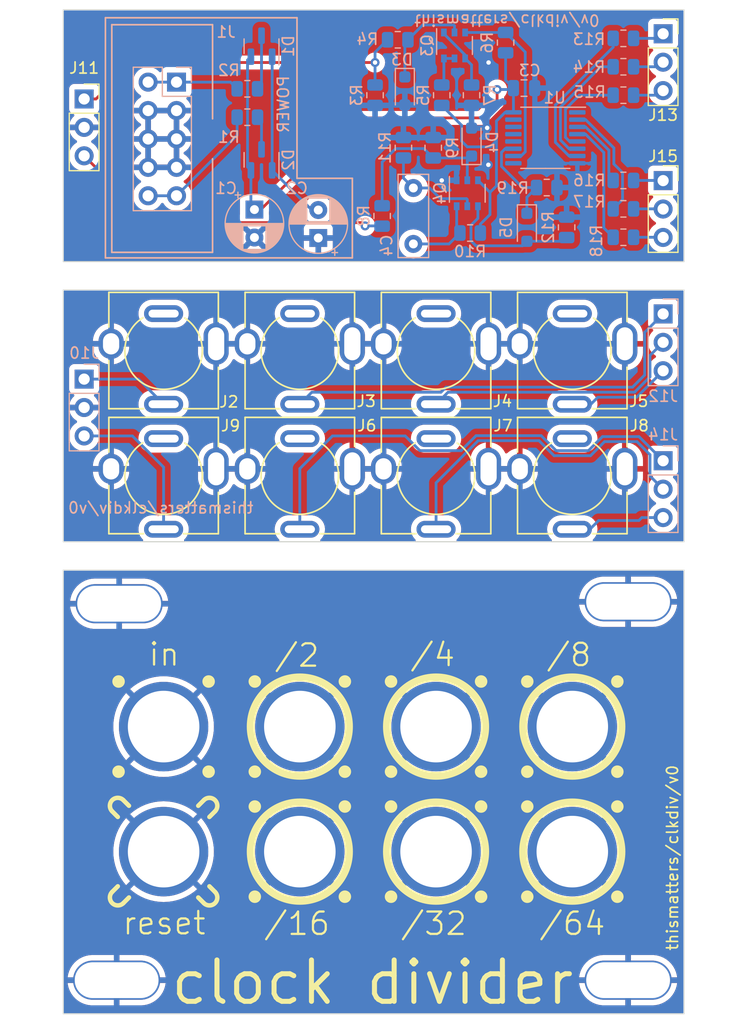
<source format=kicad_pcb>
(kicad_pcb (version 20221018) (generator pcbnew)
  (layers (0 "F.Cu" signal) (31 "B.Cu" signal) (34 "B.Paste" user) (35 "F.Paste" user) (36 "B.SilkS" user "B.Silkscreen") (37 "F.SilkS" user "F.Silkscreen") (38 "B.Mask" user) (39 "F.Mask" user) (44 "Edge.Cuts" user))
  (net 0 "")
  (net 1 "+12V")
  (net 2 "GND")
  (net 3 "-12V")
  (net 4 "Net-(D1-COM)")
  (net 5 "Net-(D2-COM)")
  (net 6 "/FACE")
  (net 7 "Net-(J1-Pin_1)")
  (net 8 "Net-(J1-Pin_10)")
  (net 9 "Net-(Q4A-C1)")
  (net 10 "Net-(Q4B-B2)")
  (net 11 "Net-(D3-K)")
  (net 12 "Net-(D4-K)")
  (net 13 "Net-(D5-K)")
  (net 14 "Net-(D5-A)")
  (net 15 "/GND'")
  (net 16 "/IN'")
  (net 18 "/BY2'")
  (net 20 "/BY4'")
  (net 22 "/BY8'")
  (net 24 "/BY16'")
  (net 26 "/BY32'")
  (net 28 "/BY64'")
  (net 30 "/RESET'")
  (net 32 "/IN")
  (net 33 "/BY2")
  (net 34 "/BY4")
  (net 35 "/BY8")
  (net 36 "/BY16")
  (net 37 "/BY32")
  (net 38 "/BY64")
  (net 39 "/RESET")
  (net 40 "Net-(Q3A-E1)")
  (net 41 "Net-(Q3B-C2)")
  (net 42 "Net-(Q3A-C1)")
  (net 43 "Net-(U1-Q1)")
  (net 44 "Net-(U1-Q2)")
  (net 45 "Net-(U1-Q3)")
  (net 46 "Net-(U1-Q4)")
  (net 47 "Net-(U1-Q5)")
  (net 48 "Net-(U1-Q6)")
  (footprint "Eurorack:AudioJack2_Tayda_A-2566" (layer "F.Cu") (at 132.588 112.088 180)
    (fp_text reference "J4" (at -5.9436 -4.5362 unlocked) (layer "F.SilkS"))
    (fp_text value "AudioJack2_SwitchT")
    (pad "S" thru_hole oval (at -4.7 0.6 180) (size 2.25 3.75) (drill oval 1.45 2.95) (layers "*.Cu" "*.Mask") (net 15 "/GND'"))
    (pad "S" thru_hole oval (at 4.7 0.6 180) (size 2.25 2.7) (drill oval 1.45 1.9) (layers "*.Cu" "*.Mask") (net 15 "/GND'"))
    (pad "T" thru_hole oval (at 0 -4.8 180) (size 3.5 1.5) (drill oval 2.7 0.7) (layers "*.Cu" "*.Mask") (net 20 "/BY4'"))
    (pad "TN" thru_hole oval (at 0 3.3 180) (size 3.5 1.5) (drill oval 2.7 0.7) (layers "*.Cu" "*.Mask"))
  )
  (footprint "Eurorack:Mech-AudioJack-Hole-Input-Gate" (layer "F.Cu") (at 108.204 156.879)
    (fp_text reference "H12")
    (fp_text value "reset" hide)
    (pad "1" thru_hole circle (at 0 0 90) (size 8 8) (drill 6.4) (layers "*.Cu" "*.Mask") (net 6 "/FACE"))
  )
  (footprint "Connector_PinSocket_2.54mm:PinSocket_1x03_P2.54mm_Vertical" (layer "F.Cu") (at 152.908 83.776)
    (fp_text reference "J13" (at 0 7.267) (layer "F.SilkS"))
    (fp_text value "Conn_01x03_Socket")
    (pad "1" thru_hole rect (at 0 0) (size 1.7 1.7) (drill 1) (layers "*.Cu" "*.Mask") (net 33 "/BY2"))
    (pad "2" thru_hole oval (at 0 2.54) (size 1.7 1.7) (drill 1) (layers "*.Cu" "*.Mask") (net 34 "/BY4"))
    (pad "3" thru_hole oval (at 0 5.08) (size 1.7 1.7) (drill 1) (layers "*.Cu" "*.Mask") (net 35 "/BY8"))
  )
  (footprint "Eurorack:Mech-AudioJack-Hole-Input-Clock" (layer "F.Cu") (at 108.204 145.703)
    (fp_text reference "H5")
    (fp_text value "in" hide)
    (pad "1" thru_hole circle (at 0 0 90) (size 8 8) (drill 6.4) (layers "*.Cu" "*.Mask") (net 6 "/FACE"))
  )
  (footprint "Eurorack:AudioJack2_Tayda_A-2566" (layer "F.Cu") (at 120.396 112.088 180)
    (fp_text reference "J3" (at -5.9436 -4.5362 unlocked) (layer "F.SilkS"))
    (fp_text value "AudioJack2_SwitchT")
    (pad "S" thru_hole oval (at -4.7 0.6 180) (size 2.25 3.75) (drill oval 1.45 2.95) (layers "*.Cu" "*.Mask") (net 15 "/GND'"))
    (pad "S" thru_hole oval (at 4.7 0.6 180) (size 2.25 2.7) (drill oval 1.45 1.9) (layers "*.Cu" "*.Mask") (net 15 "/GND'"))
    (pad "T" thru_hole oval (at 0 -4.8 180) (size 3.5 1.5) (drill oval 2.7 0.7) (layers "*.Cu" "*.Mask") (net 18 "/BY2'"))
    (pad "TN" thru_hole oval (at 0 3.3 180) (size 3.5 1.5) (drill oval 2.7 0.7) (layers "*.Cu" "*.Mask"))
  )
  (footprint "Eurorack:AudioJack2_Tayda_A-2566" (layer "F.Cu") (at 132.588 123.264 180)
    (fp_text reference "J7" (at -5.9944 4.4554 unlocked) (layer "F.SilkS"))
    (fp_text value "AudioJack2_SwitchT")
    (pad "S" thru_hole oval (at -4.7 0.6 180) (size 2.25 3.75) (drill oval 1.45 2.95) (layers "*.Cu" "*.Mask") (net 15 "/GND'"))
    (pad "S" thru_hole oval (at 4.7 0.6 180) (size 2.25 2.7) (drill oval 1.45 1.9) (layers "*.Cu" "*.Mask") (net 15 "/GND'"))
    (pad "T" thru_hole oval (at 0 -4.8 180) (size 3.5 1.5) (drill oval 2.7 0.7) (layers "*.Cu" "*.Mask") (net 26 "/BY32'"))
    (pad "TN" thru_hole oval (at 0 3.3 180) (size 3.5 1.5) (drill oval 2.7 0.7) (layers "*.Cu" "*.Mask"))
  )
  (footprint "Eurorack:Mech-MountingHole" (layer "F.Cu") (at 104.225 134.72)
    (fp_text reference "H1")
    (fp_text value "mount0")
    (pad "1" thru_hole oval (at 0 0 90) (size 3.5 7.8) (drill oval 3.2 7.5) (layers "*.Cu" "*.Mask") (net 6 "/FACE"))
  )
  (footprint "Eurorack:Mech-AudioJack-Hole-Output-Clock" (layer "F.Cu") (at 120.396 156.879)
    (fp_text reference "H9")
    (fp_text value "1/16" hide)
    (pad "1" thru_hole circle (at 0 0 90) (size 8 8) (drill 6.4) (layers "*.Cu" "*.Mask") (net 6 "/FACE"))
  )
  (footprint "Eurorack:Mech-AudioJack-Hole-Output-Clock" (layer "F.Cu") (at 132.588 145.703)
    (fp_text reference "H7")
    (fp_text value "1/4" hide)
    (pad "1" thru_hole circle (at 0 0 90) (size 8 8) (drill 6.4) (layers "*.Cu" "*.Mask") (net 6 "/FACE"))
  )
  (footprint "Eurorack:Mech-MountingHole" (layer "F.Cu") (at 104 168.37)
    (fp_text reference "H4")
    (fp_text value "mount1")
    (pad "1" thru_hole oval (at 0 0 90) (size 3.5 7.8) (drill oval 3.2 7.5) (layers "*.Cu" "*.Mask") (net 6 "/FACE"))
  )
  (footprint "Eurorack:Mech-AudioJack-Hole-Output-Clock" (layer "F.Cu") (at 144.78 145.703)
    (fp_text reference "H8")
    (fp_text value "1/8" hide)
    (pad "1" thru_hole circle (at 0 0 90) (size 8 8) (drill 6.4) (layers "*.Cu" "*.Mask") (net 6 "/FACE"))
  )
  (footprint "Eurorack:Mech-AudioJack-Hole-Output-Clock" (layer "F.Cu") (at 144.78 156.879)
    (fp_text reference "H11")
    (fp_text value "1/64" hide)
    (pad "1" thru_hole circle (at 0 0 90) (size 8 8) (drill 6.4) (layers "*.Cu" "*.Mask") (net 6 "/FACE"))
  )
  (footprint "Connector_PinSocket_2.54mm:PinSocket_1x03_P2.54mm_Vertical" (layer "F.Cu") (at 101.092 89.603)
    (fp_text reference "J11" (at 0 -2.77) (layer "F.SilkS"))
    (fp_text value "Conn_01x03_Socket")
    (pad "1" thru_hole rect (at 0 0) (size 1.7 1.7) (drill 1) (layers "*.Cu" "*.Mask") (net 32 "/IN"))
    (pad "2" thru_hole oval (at 0 2.54) (size 1.7 1.7) (drill 1) (layers "*.Cu" "*.Mask") (net 2 "GND"))
    (pad "3" thru_hole oval (at 0 5.08) (size 1.7 1.7) (drill 1) (layers "*.Cu" "*.Mask") (net 39 "/RESET"))
  )
  (footprint "Eurorack:AudioJack2_Tayda_A-2566" (layer "F.Cu") (at 120.396 123.264 180)
    (fp_text reference "J6" (at -5.9944 4.4554 unlocked) (layer "F.SilkS"))
    (fp_text value "AudioJack2_SwitchT")
    (pad "S" thru_hole oval (at -4.7 0.6 180) (size 2.25 3.75) (drill oval 1.45 2.95) (layers "*.Cu" "*.Mask") (net 15 "/GND'"))
    (pad "S" thru_hole oval (at 4.7 0.6 180) (size 2.25 2.7) (drill oval 1.45 1.9) (layers "*.Cu" "*.Mask") (net 15 "/GND'"))
    (pad "T" thru_hole oval (at 0 -4.8 180) (size 3.5 1.5) (drill oval 2.7 0.7) (layers "*.Cu" "*.Mask") (net 24 "/BY16'"))
    (pad "TN" thru_hole oval (at 0 3.3 180) (size 3.5 1.5) (drill oval 2.7 0.7) (layers "*.Cu" "*.Mask"))
  )
  (footprint "Eurorack:AudioJack2_Tayda_A-2566" (layer "F.Cu") (at 144.78 123.264 180)
    (fp_text reference "J8" (at -5.9944 4.4554 unlocked) (layer "F.SilkS"))
    (fp_text value "AudioJack2_SwitchT")
    (pad "S" thru_hole oval (at -4.7 0.6 180) (size 2.25 3.75) (drill oval 1.45 2.95) (layers "*.Cu" "*.Mask") (net 15 "/GND'"))
    (pad "S" thru_hole oval (at 4.7 0.6 180) (size 2.25 2.7) (drill oval 1.45 1.9) (layers "*.Cu" "*.Mask") (net 15 "/GND'"))
    (pad "T" thru_hole oval (at 0 -4.8 180) (size 3.5 1.5) (drill oval 2.7 0.7) (layers "*.Cu" "*.Mask") (net 28 "/BY64'"))
    (pad "TN" thru_hole oval (at 0 3.3 180) (size 3.5 1.5) (drill oval 2.7 0.7) (layers "*.Cu" "*.Mask"))
  )
  (footprint "Eurorack:Mech-MountingHole" (layer "F.Cu") (at 149.775 134.545)
    (fp_text reference "H2")
    (fp_text value "mount1")
    (pad "1" thru_hole oval (at 0 0 90) (size 3.5 7.8) (drill oval 3.2 7.5) (layers "*.Cu" "*.Mask") (net 6 "/FACE"))
  )
  (footprint "Eurorack:AudioJack2_Tayda_A-2566" (layer "F.Cu") (at 144.78 112.088 180)
    (fp_text reference "J5" (at -5.9436 -4.5362 unlocked) (layer "F.SilkS"))
    (fp_text value "AudioJack2_SwitchT")
    (pad "S" thru_hole oval (at -4.7 0.6 180) (size 2.25 3.75) (drill oval 1.45 2.95) (layers "*.Cu" "*.Mask") (net 15 "/GND'"))
    (pad "S" thru_hole oval (at 4.7 0.6 180) (size 2.25 2.7) (drill oval 1.45 1.9) (layers "*.Cu" "*.Mask") (net 15 "/GND'"))
    (pad "T" thru_hole oval (at 0 -4.8 180) (size 3.5 1.5) (drill oval 2.7 0.7) (layers "*.Cu" "*.Mask") (net 22 "/BY8'"))
    (pad "TN" thru_hole oval (at 0 3.3 180) (size 3.5 1.5) (drill oval 2.7 0.7) (layers "*.Cu" "*.Mask"))
  )
  (footprint "Connector_PinSocket_2.54mm:PinSocket_1x03_P2.54mm_Vertical" (layer "F.Cu") (at 152.908 96.9)
    (fp_text reference "J15" (at 0 -2.174) (layer "F.SilkS"))
    (fp_text value "Conn_01x03_Socket")
    (pad "1" thru_hole rect (at 0 0) (size 1.7 1.7) (drill 1) (layers "*.Cu" "*.Mask") (net 36 "/BY16"))
    (pad "2" thru_hole oval (at 0 2.54) (size 1.7 1.7) (drill 1) (layers "*.Cu" "*.Mask") (net 37 "/BY32"))
    (pad "3" thru_hole oval (at 0 5.08) (size 1.7 1.7) (drill 1) (layers "*.Cu" "*.Mask") (net 38 "/BY64"))
  )
  (footprint "Eurorack:AudioJack2_Tayda_A-2566" (layer "F.Cu") (at 108.204 112.088 180)
    (fp_text reference "J2" (at -5.842 -4.587 unlocked) (layer "F.SilkS"))
    (fp_text value "AudioJack2_SwitchT")
    (pad "S" thru_hole oval (at -4.7 0.6 180) (size 2.25 3.75) (drill oval 1.45 2.95) (layers "*.Cu" "*.Mask") (net 15 "/GND'"))
    (pad "S" thru_hole oval (at 4.7 0.6 180) (size 2.25 2.7) (drill oval 1.45 1.9) (layers "*.Cu" "*.Mask") (net 15 "/GND'"))
    (pad "T" thru_hole oval (at 0 -4.8 180) (size 3.5 1.5) (drill oval 2.7 0.7) (layers "*.Cu" "*.Mask") (net 16 "/IN'"))
    (pad "TN" thru_hole oval (at 0 3.3 180) (size 3.5 1.5) (drill oval 2.7 0.7) (layers "*.Cu" "*.Mask"))
  )
  (footprint "Eurorack:Mech-MountingHole" (layer "F.Cu") (at 149.775 168.37)
    (fp_text reference "H3")
    (fp_text value "mount1")
    (pad "1" thru_hole oval (at 0 0 90) (size 3.5 7.8) (drill oval 3.2 7.5) (layers "*.Cu" "*.Mask") (net 6 "/FACE"))
  )
  (footprint "Eurorack:AudioJack2_Tayda_A-2566" (layer "F.Cu") (at 108.204 123.264 180)
    (fp_text reference "J9" (at -5.9944 4.4554 unlocked) (layer "F.SilkS"))
    (fp_text value "AudioJack2_SwitchT")
    (pad "S" thru_hole oval (at -4.7 0.6 180) (size 2.25 3.75) (drill oval 1.45 2.95) (layers "*.Cu" "*.Mask") (net 15 "/GND'"))
    (pad "S" thru_hole oval (at 4.7 0.6 180) (size 2.25 2.7) (drill oval 1.45 1.9) (layers "*.Cu" "*.Mask") (net 15 "/GND'"))
    (pad "T" thru_hole oval (at 0 -4.8 180) (size 3.5 1.5) (drill oval 2.7 0.7) (layers "*.Cu" "*.Mask") (net 30 "/RESET'"))
    (pad "TN" thru_hole oval (at 0 3.3 180) (size 3.5 1.5) (drill oval 2.7 0.7) (layers "*.Cu" "*.Mask"))
  )
  (footprint "Eurorack:Mech-AudioJack-Hole-Output-Clock" (layer "F.Cu") (at 132.588 156.879)
    (fp_text reference "H10")
    (fp_text value "1/32" hide)
    (pad "1" thru_hole circle (at 0 0 90) (size 8 8) (drill 6.4) (layers "*.Cu" "*.Mask") (net 6 "/FACE"))
  )
  (footprint "Eurorack:Mech-AudioJack-Hole-Output-Clock" (layer "F.Cu") (at 120.396 145.703)
    (fp_text reference "H6")
    (fp_text value "1/2" hide)
    (pad "1" thru_hole circle (at 0 0 90) (size 8 8) (drill 6.4) (layers "*.Cu" "*.Mask") (net 6 "/FACE"))
  )
  (footprint "Resistor_SMD:R_0805_2012Metric" (layer "B.Cu") (at 129.159 84.312)
    (fp_text reference "R4" (at -2.7178 -0.0508) (layer "B.SilkS") (effects (justify mirror)))
    (fp_text value "1.2M")
    (pad "1" smd roundrect (at -0.9125 0) (size 1.025 1.4) (layers "B.Cu" "B.Paste" "B.Mask") (roundrect_rratio 0.243902) (net 32 "/IN"))
    (pad "2" smd roundrect (at 0.9125 0) (size 1.025 1.4) (layers "B.Cu" "B.Paste" "B.Mask") (roundrect_rratio 0.243902) (net 11 "Net-(D3-K)"))
  )
  (footprint "Capacitor_THT:C_Rect_L7.2mm_W2.5mm_P5.00mm_FKS2_FKP2_MKS2_MKP2" (layer "B.Cu") (at 130.556 102.56 90)
    (fp_text reference "C4" (at -0.1416 -2.3876 90) (layer "B.SilkS") (effects (justify mirror)))
    (fp_text value "47n box")
    (pad "1" thru_hole circle (at 0 0 90) (size 1.6 1.6) (drill 0.8) (layers "*.Cu" "*.Mask") (net 9 "Net-(Q4A-C1)"))
    (pad "2" thru_hole circle (at 5 0 90) (size 1.6 1.6) (drill 0.8) (layers "*.Cu" "*.Mask") (net 10 "Net-(Q4B-B2)"))
  )
  (footprint "Resistor_SMD:R_0805_2012Metric" (layer "B.Cu") (at 115.697 88.6935 180)
    (fp_text reference "R2" (at 1.651 1.651) (layer "B.SilkS") (effects (justify mirror)))
    (fp_text value "10")
    (pad "1" smd roundrect (at -0.9125 0 180) (size 1.025 1.4) (layers "B.Cu" "B.Paste" "B.Mask") (roundrect_rratio 0.243902) (net 4 "Net-(D1-COM)"))
    (pad "2" smd roundrect (at 0.9125 0 180) (size 1.025 1.4) (layers "B.Cu" "B.Paste" "B.Mask") (roundrect_rratio 0.243902) (net 7 "Net-(J1-Pin_1)"))
  )
  (footprint "Resistor_SMD:R_0805_2012Metric" (layer "B.Cu") (at 133.096 89.265 -90)
    (fp_text reference "R5" (at 0 1.65 90) (layer "B.SilkS") (effects (justify mirror)))
    (fp_text value "22K")
    (pad "1" smd roundrect (at -0.9125 0 270) (size 1.025 1.4) (layers "B.Cu" "B.Paste" "B.Mask") (roundrect_rratio 0.243902) (net 42 "Net-(Q3A-C1)"))
    (pad "2" smd roundrect (at 0.9125 0 270) (size 1.025 1.4) (layers "B.Cu" "B.Paste" "B.Mask") (roundrect_rratio 0.243902) (net 1 "+12V"))
  )
  (footprint "Resistor_SMD:R_0805_2012Metric" (layer "B.Cu") (at 135.636 101.584)
    (fp_text reference "R10" (at 0 1.65) (layer "B.SilkS") (effects (justify mirror)))
    (fp_text value "10K")
    (pad "1" smd roundrect (at -0.9125 0) (size 1.025 1.4) (layers "B.Cu" "B.Paste" "B.Mask") (roundrect_rratio 0.243902) (net 9 "Net-(Q4A-C1)"))
    (pad "2" smd roundrect (at 0.9125 0) (size 1.025 1.4) (layers "B.Cu" "B.Paste" "B.Mask") (roundrect_rratio 0.243902) (net 1 "+12V"))
  )
  (footprint "Diode_SMD:D_SOD-323_HandSoldering" (layer "B.Cu") (at 129.794 88.884 -90)
    (fp_text reference "D3" (at -2.794 0.254 -180) (layer "B.SilkS") (effects (justify mirror)))
    (fp_text value "1N4148")
    (pad "1" smd roundrect (at -1.25 0 270) (size 1 1) (layers "B.Cu" "B.Paste" "B.Mask") (net 11 "Net-(D3-K)"))
    (pad "2" smd roundrect (at 1.25 0 270) (size 1 1) (layers "B.Cu" "B.Paste" "B.Mask") (net 2 "GND"))
  )
  (footprint "Resistor_SMD:R_0805_2012Metric" (layer "B.Cu") (at 149.352 84.185 180)
    (fp_text reference "R13" (at 3.0734 -0.0762) (layer "B.SilkS") (effects (justify mirror)))
    (fp_text value "1K")
    (pad "1" smd roundrect (at -0.9125 0 180) (size 1.025 1.4) (layers "B.Cu" "B.Paste" "B.Mask") (roundrect_rratio 0.243902) (net 33 "/BY2"))
    (pad "2" smd roundrect (at 0.9125 0 180) (size 1.025 1.4) (layers "B.Cu" "B.Paste" "B.Mask") (roundrect_rratio 0.243902) (net 43 "Net-(U1-Q1)"))
  )
  (footprint "Resistor_SMD:R_0805_2012Metric" (layer "B.Cu") (at 135.763 89.265 90)
    (fp_text reference "R7" (at 0 1.65 90) (layer "B.SilkS") (effects (justify mirror)))
    (fp_text value "220")
    (pad "1" smd roundrect (at -0.9125 0 90) (size 1.025 1.4) (layers "B.Cu" "B.Paste" "B.Mask") (roundrect_rratio 0.243902) (net 2 "GND"))
    (pad "2" smd roundrect (at 0.9125 0 90) (size 1.025 1.4) (layers "B.Cu" "B.Paste" "B.Mask") (roundrect_rratio 0.243902) (net 40 "Net-(Q3A-E1)"))
  )
  (footprint "Package_SO:TSOP-6_1.65x3.05mm_P0.95mm" (layer "B.Cu") (at 135.382 98.028 -90)
    (fp_text reference "Q4" (at 0 2.45 90) (layer "B.SilkS") (effects (justify mirror)))
    (fp_text value "BCM847")
    (pad "1" smd rect (at -1.16 0.95 270) (size 0.7 0.51) (layers "B.Cu" "B.Paste" "B.Mask") (net 2 "GND"))
    (pad "2" smd rect (at -1.16 0 270) (size 0.7 0.51) (layers "B.Cu" "B.Paste" "B.Mask") (net 12 "Net-(D4-K)"))
    (pad "3" smd rect (at -1.16 -0.95 270) (size 0.7 0.51) (layers "B.Cu" "B.Paste" "B.Mask") (net 1 "+12V"))
    (pad "4" smd rect (at 1.16 -0.95 270) (size 0.7 0.51) (layers "B.Cu" "B.Paste" "B.Mask") (net 14 "Net-(D5-A)"))
    (pad "5" smd rect (at 1.16 0 270) (size 0.7 0.51) (layers "B.Cu" "B.Paste" "B.Mask") (net 10 "Net-(Q4B-B2)"))
    (pad "6" smd rect (at 1.16 0.95 270) (size 0.7 0.51) (layers "B.Cu" "B.Paste" "B.Mask") (net 9 "Net-(Q4A-C1)"))
  )
  (footprint "Package_TO_SOT_SMD:SOT-23" (layer "B.Cu") (at 116.967 95.0435 90)
    (fp_text reference "D2" (at 0 2.4 90) (layer "B.SilkS") (effects (justify mirror)))
    (fp_text value "BAT54S")
    (pad "1" smd roundrect (at -0.9375 0.95 90) (size 1.475 0.6) (layers "B.Cu" "B.Paste" "B.Mask") (net 3 "-12V"))
    (pad "2" smd roundrect (at -0.9375 -0.95 90) (size 1.475 0.6) (layers "B.Cu" "B.Paste" "B.Mask") (net 1 "+12V"))
    (pad "3" smd roundrect (at 0.9375 0 90) (size 1.475 0.6) (layers "B.Cu" "B.Paste" "B.Mask") (net 5 "Net-(D2-COM)"))
  )
  (footprint "Resistor_SMD:R_0805_2012Metric" (layer "B.Cu") (at 138.811 84.566 -90)
    (fp_text reference "R6" (at 0 1.65 90) (layer "B.SilkS") (effects (justify mirror)))
    (fp_text value "22K")
    (pad "1" smd roundrect (at -0.9125 0 270) (size 1.025 1.4) (layers "B.Cu" "B.Paste" "B.Mask") (roundrect_rratio 0.243902) (net 41 "Net-(Q3B-C2)"))
    (pad "2" smd roundrect (at 0.9125 0 270) (size 1.025 1.4) (layers "B.Cu" "B.Paste" "B.Mask") (roundrect_rratio 0.243902) (net 1 "+12V"))
  )
  (footprint "Resistor_SMD:R_0805_2012Metric" (layer "B.Cu") (at 115.697 91.2335 180)
    (fp_text reference "R1" (at 1.651 -1.778) (layer "B.SilkS") (effects (justify mirror)))
    (fp_text value "10")
    (pad "1" smd roundrect (at -0.9125 0 180) (size 1.025 1.4) (layers "B.Cu" "B.Paste" "B.Mask") (roundrect_rratio 0.243902) (net 5 "Net-(D2-COM)"))
    (pad "2" smd roundrect (at 0.9125 0 180) (size 1.025 1.4) (layers "B.Cu" "B.Paste" "B.Mask") (roundrect_rratio 0.243902) (net 8 "Net-(J1-Pin_10)"))
  )
  (footprint "Package_TO_SOT_SMD:SOT-23" (layer "B.Cu") (at 116.967 84.8835 90)
    (fp_text reference "D1" (at 0 2.4 90) (layer "B.SilkS") (effects (justify mirror)))
    (fp_text value "BAT54S")
    (pad "1" smd roundrect (at -0.9375 0.95 90) (size 1.475 0.6) (layers "B.Cu" "B.Paste" "B.Mask") (net 3 "-12V"))
    (pad "2" smd roundrect (at -0.9375 -0.95 90) (size 1.475 0.6) (layers "B.Cu" "B.Paste" "B.Mask") (net 1 "+12V"))
    (pad "3" smd roundrect (at 0.9375 0 90) (size 1.475 0.6) (layers "B.Cu" "B.Paste" "B.Mask") (net 4 "Net-(D1-COM)"))
  )
  (footprint "Resistor_SMD:R_0805_2012Metric" (layer "B.Cu") (at 149.352 99.425)
    (fp_text reference "R17" (at -3.048 -0.635) (layer "B.SilkS") (effects (justify mirror)))
    (fp_text value "1K")
    (pad "1" smd roundrect (at -0.9125 0) (size 1.025 1.4) (layers "B.Cu" "B.Paste" "B.Mask") (roundrect_rratio 0.243902) (net 47 "Net-(U1-Q5)"))
    (pad "2" smd roundrect (at 0.9125 0) (size 1.025 1.4) (layers "B.Cu" "B.Paste" "B.Mask") (roundrect_rratio 0.243902) (net 37 "/BY32"))
  )
  (footprint "Eurorack:PinHeader_2x05_P2.54mm_Vertical" (layer "B.Cu") (at 109.3597 88.0966 180)
    (fp_text reference "J1" (at -4.4323 4.4831) (layer "B.SilkS") (effects (justify mirror)))
    (fp_text value "Conn_02x05_Odd_Even")
    (pad "1" thru_hole rect (at 0 0 180) (size 1.7 1.7) (drill 1) (layers "*.Cu" "*.Mask") (net 7 "Net-(J1-Pin_1)"))
    (pad "2" thru_hole oval (at 2.54 0 180) (size 1.7 1.7) (drill 1) (layers "*.Cu" "*.Mask") (net 7 "Net-(J1-Pin_1)"))
    (pad "3" thru_hole oval (at 0 -2.54 180) (size 1.7 1.7) (drill 1) (layers "*.Cu" "*.Mask") (net 2 "GND"))
    (pad "4" thru_hole oval (at 2.54 -2.54 180) (size 1.7 1.7) (drill 1) (layers "*.Cu" "*.Mask") (net 2 "GND"))
    (pad "5" thru_hole oval (at 0 -5.08 180) (size 1.7 1.7) (drill 1) (layers "*.Cu" "*.Mask") (net 2 "GND"))
    (pad "6" thru_hole oval (at 2.54 -5.08 180) (size 1.7 1.7) (drill 1) (layers "*.Cu" "*.Mask") (net 2 "GND"))
    (pad "7" thru_hole oval (at 0 -7.62 180) (size 1.7 1.7) (drill 1) (layers "*.Cu" "*.Mask") (net 2 "GND"))
    (pad "8" thru_hole oval (at 2.54 -7.62 180) (size 1.7 1.7) (drill 1) (layers "*.Cu" "*.Mask") (net 2 "GND"))
    (pad "9" thru_hole oval (at 0 -10.16 180) (size 1.7 1.7) (drill 1) (layers "*.Cu" "*.Mask") (net 8 "Net-(J1-Pin_10)"))
    (pad "10" thru_hole oval (at 2.54 -10.16 180) (size 1.7 1.7) (drill 1) (layers "*.Cu" "*.Mask") (net 8 "Net-(J1-Pin_10)"))
  )
  (footprint "Resistor_SMD:R_0805_2012Metric" (layer "B.Cu") (at 149.352 89.265 180)
    (fp_text reference "R15" (at 3.0226 0.2794) (layer "B.SilkS") (effects (justify mirror)))
    (fp_text value "1K")
    (pad "1" smd roundrect (at -0.9125 0 180) (size 1.025 1.4) (layers "B.Cu" "B.Paste" "B.Mask") (roundrect_rratio 0.243902) (net 35 "/BY8"))
    (pad "2" smd roundrect (at 0.9125 0 180) (size 1.025 1.4) (layers "B.Cu" "B.Paste" "B.Mask") (roundrect_rratio 0.243902) (net 45 "Net-(U1-Q3)"))
  )
  (footprint "Resistor_SMD:R_0805_2012Metric" (layer "B.Cu") (at 127.762 100.06 -90)
    (fp_text reference "R8" (at 0 1.65 90) (layer "B.SilkS") (effects (justify mirror)))
    (fp_text value "100K")
    (pad "1" smd roundrect (at -0.9125 0 270) (size 1.025 1.4) (layers "B.Cu" "B.Paste" "B.Mask") (roundrect_rratio 0.243902) (net 12 "Net-(D4-K)"))
    (pad "2" smd roundrect (at 0.9125 0 270) (size 1.025 1.4) (layers "B.Cu" "B.Paste" "B.Mask") (roundrect_rratio 0.243902) (net 39 "/RESET"))
  )
  (footprint "Resistor_SMD:R_0805_2012Metric" (layer "B.Cu") (at 149.352 86.725 180)
    (fp_text reference "R14" (at 3.0734 -0.0254) (layer "B.SilkS") (effects (justify mirror)))
    (fp_text value "1K")
    (pad "1" smd roundrect (at -0.9125 0 180) (size 1.025 1.4) (layers "B.Cu" "B.Paste" "B.Mask") (roundrect_rratio 0.243902) (net 34 "/BY4"))
    (pad "2" smd roundrect (at 0.9125 0 180) (size 1.025 1.4) (layers "B.Cu" "B.Paste" "B.Mask") (roundrect_rratio 0.243902) (net 44 "Net-(U1-Q2)"))
  )
  (footprint "Resistor_SMD:R_0805_2012Metric" (layer "B.Cu") (at 129.667 93.964 -90)
    (fp_text reference "R11" (at 0 1.65 90) (layer "B.SilkS") (effects (justify mirror)))
    (fp_text value "220K")
    (pad "1" smd roundrect (at -0.9125 0 270) (size 1.025 1.4) (layers "B.Cu" "B.Paste" "B.Mask") (roundrect_rratio 0.243902) (net 2 "GND"))
    (pad "2" smd roundrect (at 0.9125 0 270) (size 1.025 1.4) (layers "B.Cu" "B.Paste" "B.Mask") (roundrect_rratio 0.243902) (net 10 "Net-(Q4B-B2)"))
  )
  (footprint "Resistor_SMD:R_0805_2012Metric" (layer "B.Cu") (at 149.352 101.965)
    (fp_text reference "R18" (at -2.413 0.3302 90) (layer "B.SilkS") (effects (justify mirror)))
    (fp_text value "1K")
    (pad "1" smd roundrect (at -0.9125 0) (size 1.025 1.4) (layers "B.Cu" "B.Paste" "B.Mask") (roundrect_rratio 0.243902) (net 48 "Net-(U1-Q6)"))
    (pad "2" smd roundrect (at 0.9125 0) (size 1.025 1.4) (layers "B.Cu" "B.Paste" "B.Mask") (roundrect_rratio 0.243902) (net 38 "/BY64"))
  )
  (footprint "Resistor_SMD:R_0805_2012Metric" (layer "B.Cu") (at 127.127 89.265 -90)
    (fp_text reference "R3" (at 0 1.65 90) (layer "B.SilkS") (effects (justify mirror)))
    (fp_text value "1M")
    (pad "1" smd roundrect (at -0.9125 0 270) (size 1.025 1.4) (layers "B.Cu" "B.Paste" "B.Mask") (roundrect_rratio 0.243902) (net 32 "/IN"))
    (pad "2" smd roundrect (at 0.9125 0 270) (size 1.025 1.4) (layers "B.Cu" "B.Paste" "B.Mask") (roundrect_rratio 0.243902) (net 2 "GND"))
  )
  (footprint "Connector_PinHeader_2.54mm:PinHeader_1x03_P2.54mm_Vertical" (layer "B.Cu") (at 152.908 108.816 180)
    (fp_text reference "J12" (at 0 -7.351) (layer "B.SilkS") (effects (justify mirror)))
    (fp_text value "Conn_01x03_Pin")
    (pad "1" thru_hole rect (at 0 0 180) (size 1.7 1.7) (drill 1) (layers "*.Cu" "*.Mask") (net 18 "/BY2'"))
    (pad "2" thru_hole oval (at 0 -2.54 180) (size 1.7 1.7) (drill 1) (layers "*.Cu" "*.Mask") (net 20 "/BY4'"))
    (pad "3" thru_hole oval (at 0 -5.08 180) (size 1.7 1.7) (drill 1) (layers "*.Cu" "*.Mask") (net 22 "/BY8'"))
  )
  (footprint "Capacitor_THT:CP_Radial_D5.0mm_P2.50mm" (layer "B.Cu") (at 116.332 99.4885 -90)
    (fp_text reference "C1" (at -1.905 2.54) (layer "B.SilkS") (effects (justify mirror)))
    (fp_text value "22u 50V")
    (pad "1" thru_hole rect (at 0 0 270) (size 1.6 1.6) (drill 0.8) (layers "*.Cu" "*.Mask") (net 1 "+12V"))
    (pad "2" thru_hole circle (at 2.5 0 270) (size 1.6 1.6) (drill 0.8) (layers "*.Cu" "*.Mask") (net 2 "GND"))
  )
  (footprint "Connector_PinHeader_2.54mm:PinHeader_1x03_P2.54mm_Vertical" (layer "B.Cu") (at 101.092 114.643 180)
    (fp_text reference "J10" (at 0 2.33) (layer "B.SilkS") (effects (justify mirror)))
    (fp_text value "Conn_01x03_Pin")
    (pad "1" thru_hole rect (at 0 0 180) (size 1.7 1.7) (drill 1) (layers "*.Cu" "*.Mask") (net 16 "/IN'"))
    (pad "2" thru_hole oval (at 0 -2.54 180) (size 1.7 1.7) (drill 1) (layers "*.Cu" "*.Mask") (net 15 "/GND'"))
    (pad "3" thru_hole oval (at 0 -5.08 180) (size 1.7 1.7) (drill 1) (layers "*.Cu" "*.Mask") (net 30 "/RESET'"))
  )
  (footprint "Resistor_SMD:R_0805_2012Metric" (layer "B.Cu") (at 132.334 93.964 -90)
    (fp_text reference "R9" (at 0 -1.7272 90) (layer "B.SilkS") (effects (justify mirror)))
    (fp_text value "1M")
    (pad "1" smd roundrect (at -0.9125 0 270) (size 1.025 1.4) (layers "B.Cu" "B.Paste" "B.Mask") (roundrect_rratio 0.243902) (net 2 "GND"))
    (pad "2" smd roundrect (at 0.9125 0 270) (size 1.025 1.4) (layers "B.Cu" "B.Paste" "B.Mask") (roundrect_rratio 0.243902) (net 12 "Net-(D4-K)"))
  )
  (footprint "Resistor_SMD:R_0805_2012Metric" (layer "B.Cu") (at 144.272 101.076 -90)
    (fp_text reference "R12" (at 0 1.65 90) (layer "B.SilkS") (effects (justify mirror)))
    (fp_text value "22K")
    (pad "1" smd roundrect (at -0.9125 0 270) (size 1.025 1.4) (layers "B.Cu" "B.Paste" "B.Mask") (roundrect_rratio 0.243902) (net 2 "GND"))
    (pad "2" smd roundrect (at 0.9125 0 270) (size 1.025 1.4) (layers "B.Cu" "B.Paste" "B.Mask") (roundrect_rratio 0.243902) (net 14 "Net-(D5-A)"))
  )
  (footprint "Resistor_SMD:R_0805_2012Metric" (layer "B.Cu") (at 142.494 97.52 180)
    (fp_text reference "R19" (at 3.048 -0.0508) (layer "B.SilkS") (effects (justify mirror)))
    (fp_text value "1K")
    (pad "1" smd roundrect (at -0.9125 0 180) (size 1.025 1.4) (layers "B.Cu" "B.Paste" "B.Mask") (roundrect_rratio 0.243902) (net 2 "GND"))
    (pad "2" smd roundrect (at 0.9125 0 180) (size 1.025 1.4) (layers "B.Cu" "B.Paste" "B.Mask") (roundrect_rratio 0.243902) (net 13 "Net-(D5-K)"))
  )
  (footprint "Capacitor_THT:CP_Radial_D5.0mm_P2.50mm" (layer "B.Cu") (at 122.047 102.0285 90)
    (fp_text reference "C2" (at 4.445 -1.905) (layer "B.SilkS") (effects (justify mirror)))
    (fp_text value "22u 50V")
    (pad "1" thru_hole rect (at 0 0 90) (size 1.6 1.6) (drill 0.8) (layers "*.Cu" "*.Mask") (net 2 "GND"))
    (pad "2" thru_hole circle (at 2.5 0 90) (size 1.6 1.6) (drill 0.8) (layers "*.Cu" "*.Mask") (net 3 "-12V"))
  )
  (footprint "Package_SO:TSSOP-16_4.4x5mm_P0.65mm" (layer "B.Cu") (at 142.367 93.075 180)
    (fp_text reference "U1" (at -0.8382 3.5814) (layer "B.SilkS") (effects (justify mirror)))
    (fp_text value "4040")
    (pad "1" smd roundrect (at -2.8625 2.275 180) (size 1.475 0.4) (layers "B.Cu" "B.Paste" "B.Mask"))
    (pad "2" smd roundrect (at -2.8625 1.625 180) (size 1.475 0.4) (layers "B.Cu" "B.Paste" "B.Mask") (net 47 "Net-(U1-Q5)"))
    (pad "3" smd roundrect (at -2.8625 0.975 180) (size 1.475 0.4) (layers "B.Cu" "B.Paste" "B.Mask") (net 46 "Net-(U1-Q4)"))
    (pad "4" smd roundrect (at -2.8625 0.325 180) (size 1.475 0.4) (layers "B.Cu" "B.Paste" "B.Mask") (net 48 "Net-(U1-Q6)"))
    (pad "5" smd roundrect (at -2.8625 -0.325 180) (size 1.475 0.4) (layers "B.Cu" "B.Paste" "B.Mask") (net 45 "Net-(U1-Q3)"))
    (pad "6" smd roundrect (at -2.8625 -0.975 180) (size 1.475 0.4) (layers "B.Cu" "B.Paste" "B.Mask") (net 44 "Net-(U1-Q2)"))
    (pad "7" smd roundrect (at -2.8625 -1.625 180) (size 1.475 0.4) (layers "B.Cu" "B.Paste" "B.Mask") (net 43 "Net-(U1-Q1)"))
    (pad "8" smd roundrect (at -2.8625 -2.275 180) (size 1.475 0.4) (layers "B.Cu" "B.Paste" "B.Mask") (net 2 "GND"))
    (pad "9" smd roundrect (at 2.8625 -2.275 180) (size 1.475 0.4) (layers "B.Cu" "B.Paste" "B.Mask"))
    (pad "10" smd roundrect (at 2.8625 -1.625 180) (size 1.475 0.4) (layers "B.Cu" "B.Paste" "B.Mask") (net 41 "Net-(Q3B-C2)"))
    (pad "11" smd roundrect (at 2.8625 -0.975 180) (size 1.475 0.4) (layers "B.Cu" "B.Paste" "B.Mask") (net 13 "Net-(D5-K)"))
    (pad "12" smd roundrect (at 2.8625 -0.325 180) (size 1.475 0.4) (layers "B.Cu" "B.Paste" "B.Mask"))
    (pad "13" smd roundrect (at 2.8625 0.325 180) (size 1.475 0.4) (layers "B.Cu" "B.Paste" "B.Mask"))
    (pad "14" smd roundrect (at 2.8625 0.975 180) (size 1.475 0.4) (layers "B.Cu" "B.Paste" "B.Mask"))
    (pad "15" smd roundrect (at 2.8625 1.625 180) (size 1.475 0.4) (layers "B.Cu" "B.Paste" "B.Mask"))
    (pad "16" smd roundrect (at 2.8625 2.275 180) (size 1.475 0.4) (layers "B.Cu" "B.Paste" "B.Mask") (net 1 "+12V"))
  )
  (footprint "Package_SO:TSOP-6_1.65x3.05mm_P0.95mm" (layer "B.Cu") (at 134.239 84.82 -90)
    (fp_text reference "Q3" (at 0 2.45 90) (layer "B.SilkS") (effects (justify mirror)))
    (fp_text value "BCM847")
    (pad "1" smd rect (at -1.16 0.95 270) (size 0.7 0.51) (layers "B.Cu" "B.Paste" "B.Mask") (net 40 "Net-(Q3A-E1)"))
    (pad "2" smd rect (at -1.16 0 270) (size 0.7 0.51) (layers "B.Cu" "B.Paste" "B.Mask") (net 11 "Net-(D3-K)"))
    (pad "3" smd rect (at -1.16 -0.95 270) (size 0.7 0.51) (layers "B.Cu" "B.Paste" "B.Mask") (net 41 "Net-(Q3B-C2)"))
    (pad "4" smd rect (at 1.16 -0.95 270) (size 0.7 0.51) (layers "B.Cu" "B.Paste" "B.Mask") (net 40 "Net-(Q3A-E1)"))
    (pad "5" smd rect (at 1.16 0 270) (size 0.7 0.51) (layers "B.Cu" "B.Paste" "B.Mask") (net 42 "Net-(Q3A-C1)"))
    (pad "6" smd rect (at 1.16 0.95 270) (size 0.7 0.51) (layers "B.Cu" "B.Paste" "B.Mask") (net 42 "Net-(Q3A-C1)"))
  )
  (footprint "Resistor_SMD:R_0805_2012Metric" (layer "B.Cu") (at 149.352 96.885)
    (fp_text reference "R16" (at -3.048 0 180) (layer "B.SilkS") (effects (justify mirror)))
    (fp_text value "1K")
    (pad "1" smd roundrect (at -0.9125 0) (size 1.025 1.4) (layers "B.Cu" "B.Paste" "B.Mask") (roundrect_rratio 0.243902) (net 46 "Net-(U1-Q4)"))
    (pad "2" smd roundrect (at 0.9125 0) (size 1.025 1.4) (layers "B.Cu" "B.Paste" "B.Mask") (roundrect_rratio 0.243902) (net 36 "/BY16"))
  )
  (footprint "Diode_SMD:D_SOD-323_HandSoldering" (layer "B.Cu") (at 140.716 101.076 -90)
    (fp_text reference "D5" (at 0 1.85 90) (layer "B.SilkS") (effects (justify mirror)))
    (fp_text value "1N4148")
    (pad "1" smd roundrect (at -1.25 0 270) (size 1 1) (layers "B.Cu" "B.Paste" "B.Mask") (net 13 "Net-(D5-K)"))
    (pad "2" smd roundrect (at 1.25 0 270) (size 1 1) (layers "B.Cu" "B.Paste" "B.Mask") (net 14 "Net-(D5-A)"))
  )
  (footprint "Capacitor_SMD:C_0805_2012Metric" (layer "B.Cu") (at 140.462 88.63)
    (fp_text reference "C3" (at 0.508 -1.5748) (layer "B.SilkS") (effects (justify mirror)))
    (fp_text value "100n")
    (pad "1" smd roundrect (at -0.95 0) (size 1 1.45) (layers "B.Cu" "B.Paste" "B.Mask") (net 1 "+12V"))
    (pad "2" smd roundrect (at 0.95 0) (size 1 1.45) (layers "B.Cu" "B.Paste" "B.Mask") (net 2 "GND"))
  )
  (footprint "Connector_PinHeader_2.54mm:PinHeader_1x03_P2.54mm_Vertical" (layer "B.Cu") (at 152.908 121.94 180)
    (fp_text reference "J14" (at 0 2.33) (layer "B.SilkS") (effects (justify mirror)))
    (fp_text value "Conn_01x03_Pin")
    (pad "1" thru_hole rect (at 0 0 180) (size 1.7 1.7) (drill 1) (layers "*.Cu" "*.Mask") (net 24 "/BY16'"))
    (pad "2" thru_hole oval (at 0 -2.54 180) (size 1.7 1.7) (drill 1) (layers "*.Cu" "*.Mask") (net 26 "/BY32'"))
    (pad "3" thru_hole oval (at 0 -5.08 180) (size 1.7 1.7) (drill 1) (layers "*.Cu" "*.Mask") (net 28 "/BY64'"))
  )
  (footprint "Diode_SMD:D_SOD-323_HandSoldering" (layer "B.Cu") (at 135.763 93.456 90)
    (fp_text reference "D4" (at 0 1.85 90) (layer "B.SilkS") (effects (justify mirror)))
    (fp_text value "1N4148")
    (pad "1" smd roundrect (at -1.25 0 90) (size 1 1) (layers "B.Cu" "B.Paste" "B.Mask") (net 12 "Net-(D4-K)"))
    (pad "2" smd roundrect (at 1.25 0 90) (size 1 1) (layers "B.Cu" "B.Paste" "B.Mask") (net 2 "GND"))
  )
  (gr_line (start 102.997 82.3435) (end 120.142 82.3435) (stroke (width 0.15)) (layer "B.SilkS"))
  (gr_line (start 120.142 96.6945) (end 125.095 96.6945) (stroke (width 0.15)) (layer "B.SilkS"))
  (gr_line (start 125.095 103.8065) (end 102.997 103.8065) (stroke (width 0.15)) (layer "B.SilkS"))
  (gr_line (start 125.095 96.6945) (end 125.095 103.8065) (stroke (width 0.15)) (layer "B.SilkS"))
  (gr_line (start 102.997 103.8065) (end 102.997 82.3435) (stroke (width 0.15)) (layer "B.SilkS"))
  (gr_line (start 120.142 82.3435) (end 120.142 96.6945) (stroke (width 0.15)) (layer "B.SilkS"))
  (gr_rect (start 99.225 106.68) (end 154.775 129.18) (stroke (width 0.1)) (fill none) (layer "Edge.Cuts"))
  (gr_rect (start 99.225 131.72) (end 154.775 171.37) (stroke (width 0.1)) (fill none) (layer "Edge.Cuts"))
  (gr_rect (start 99.225 81.64) (end 154.775 104.14) (stroke (width 0.1)) (fill none) (layer "Edge.Cuts"))
  (gr_text "thismatters/clkdiv/v0" (at 138.938 81.9752 180) (layer "B.SilkS") (effects (font (size 1 1)) (justify bottom mirror)))
  (gr_text "thismatters/clkdiv/v0" (at 107.95 126.7334) (layer "B.SilkS") (effects (font (size 1 1)) (justify bottom mirror)))
  (gr_text "POWER" (at 119.507 87.4235 90) (layer "B.SilkS") (effects (font (size 1 1)) (justify left bottom mirror)))
  (gr_text "/16" (at 120.142 164.4888) (layer "F.SilkS") (effects (font (size 2 2) (thickness 0.2)) (justify bottom)))
  (gr_text "/2" (at 120.142 140.5112) (layer "F.SilkS") (effects (font (size 2 2) (thickness 0.2)) (justify bottom)))
  (gr_text "in" (at 108.2548 140.4096) (layer "F.SilkS") (effects (font (size 2 2) (thickness 0.2)) (justify bottom)))
  (gr_text "/32" (at 132.3848 164.4888) (layer "F.SilkS") (effects (font (size 2 2) (thickness 0.2)) (justify bottom)))
  (gr_text "reset" (at 108.2548 164.438) (layer "F.SilkS") (effects (font (size 2 2) (thickness 0.2)) (justify bottom)))
  (gr_text "clock divider" (at 126.8984 170.7372) (layer "F.SilkS") (effects (font (size 3.7 3.7) (thickness 0.45)) (justify bottom)))
  (gr_text "/64" (at 144.78 164.4888) (layer "F.SilkS") (effects (font (size 2 2) (thickness 0.2)) (justify bottom)))
  (gr_text "thismatters/clkdiv/v0" (at 154.3304 157.4276 90) (layer "F.SilkS") (effects (font (size 1 1)) (justify bottom)))
  (gr_text "/8" (at 144.4752 140.4604) (layer "F.SilkS") (effects (font (size 2 2) (thickness 0.2)) (justify bottom)))
  (gr_text "/4" (at 132.2832 140.4604) (layer "F.SilkS") (effects (font (size 2 2) (thickness 0.2)) (justify bottom)))
  (segment (start 116.9035 99.4885) (end 125.095 91.297) (width 0.25) (layer "F.Cu") (net 1))
  (segment (start 136.652 91.297) (end 138.049 89.9) (width 0.25) (layer "F.Cu") (net 1))
  (segment (start 125.095 91.297) (end 136.652 91.297) (width 0.25) (layer "F.Cu") (net 1))
  (segment (start 138.049 89.9) (end 138.049 88.757) (width 0.25) (layer "F.Cu") (net 1))
  (via (at 138.049 88.757) (size 0.8) (drill 0.4) (layers "F.Cu" "B.Cu") (net 1))
  (segment (start 115.717 95.681) (end 115.717001 86.120999) (width 0.25) (layer "B.Cu") (net 1))
  (segment (start 136.5485 101.584) (end 136.5485 100.7985) (width 0.25) (layer "B.Cu") (net 1))
  (segment (start 138.049 88.757) (end 139.385 88.757) (width 0.25) (layer "B.Cu") (net 1))
  (segment (start 116.017 95.981) (end 116.017 99.1735) (width 0.25) (layer "B.Cu") (net 1))
  (segment (start 137.414 97.95) (end 137.992 97.372) (width 0.25) (layer "B.Cu") (net 1))
  (segment (start 135.382 93.881) (end 137.497 93.881) (width 0.25) (layer "B.Cu") (net 1))
  (segment (start 137.992 93.329) (end 137.992 91.575002) (width 0.25) (layer "B.Cu") (net 1))
  (segment (start 137.497 93.881) (end 137.497 93.824) (width 0.25) (layer "B.Cu") (net 1))
  (segment (start 134.874 93.373) (end 135.382 93.881) (width 0.25) (layer "B.Cu") (net 1))
  (segment (start 139.512 88.63) (end 139.512 90.7925) (width 0.25) (layer "B.Cu") (net 1))
  (segment (start 137.992 91.575002) (end 138.767001 90.8) (width 0.25) (layer "B.Cu") (net 1))
  (segment (start 116.017 95.981) (end 115.717 95.681) (width 0.25) (layer "B.Cu") (net 1))
  (segment (start 137.497 93.824) (end 137.992 93.329) (width 0.25) (layer "B.Cu") (net 1))
  (segment (start 133.096 90.1775) (end 134.874 91.9555) (width 0.25) (layer "B.Cu") (net 1))
  (segment (start 137.414 99.933) (end 137.414 97.95) (width 0.25) (layer "B.Cu") (net 1))
  (segment (start 115.717001 86.120999) (end 116.017 85.821) (width 0.25) (layer "B.Cu") (net 1))
  (segment (start 134.874 91.9555) (end 134.874 93.373) (width 0.25) (layer "B.Cu") (net 1))
  (segment (start 138.811 87.929) (end 139.512 88.63) (width 0.25) (layer "B.Cu") (net 1))
  (segment (start 136.5485 100.7985) (end 137.414 99.933) (width 0.25) (layer "B.Cu") (net 1))
  (segment (start 137.414 97.95) (end 136.332 96.868) (width 0.25) (layer "B.Cu") (net 1))
  (segment (start 138.811 85.4785) (end 138.811 87.929) (width 0.25) (layer "B.Cu") (net 1))
  (segment (start 137.992 97.372) (end 137.992 93.329) (width 0.25) (layer "B.Cu") (net 1))
  (segment (start 138.767001 90.8) (end 139.5045 90.8) (width 0.25) (layer "B.Cu") (net 1))
  (segment (start 133.096 97.139) (end 133.096 96.885) (width 0.25) (layer "F.Cu") (net 2))
  (segment (start 134.112 95.869) (end 136.8865 95.869) (width 0.25) (layer "F.Cu") (net 2))
  (segment (start 122.047 102.0285) (end 128.2065 102.0285) (width 0.25) (layer "F.Cu") (net 2))
  (segment (start 137.2675 95.488) (end 137.2675 92.2935) (width 0.25) (layer "F.Cu") (net 2))
  (segment (start 136.8865 95.869) (end 137.2675 95.488) (width 0.25) (layer "F.Cu") (net 2))
  (segment (start 128.2065 102.0285) (end 133.096 97.139) (width 0.25) (layer "F.Cu") (net 2))
  (segment (start 137.2675 92.2935) (end 137.16 92.186) (width 0.25) (layer "F.Cu") (net 2))
  (segment (start 133.096 96.885) (end 134.112 95.869) (width 0.25) (layer "F.Cu") (net 2))
  (via (at 137.2675 95.488) (size 0.8) (drill 0.4) (layers "F.Cu" "B.Cu") (net 2))
  (via (at 137.16 92.186) (size 0.8) (drill 0.4) (layers "F.Cu" "B.Cu") (net 2))
  (via (at 137.287 86.344) (size 0.8) (drill 0.4) (layers "F.Cu" "B.Cu") (net 2))
  (via (at 133.096 96.885) (size 0.8) (drill 0.4) (layers "F.Cu" "B.Cu") (net 2))
  (segment (start 143.6988 95.35) (end 143.4065 95.6423) (width 0.25) (layer "B.Cu") (net 2))
  (segment (start 146.5724 95.35) (end 146.5724 99.182) (width 0.25) (layer "B.Cu") (net 2))
  (segment (start 137.16 92.186) (end 137.16 86.471) (width 0.25) (layer "B.Cu") (net 2))
  (segment (start 137.16 92.186) (end 135.783 92.186) (width 0.25) (layer "B.Cu") (net 2))
  (segment (start 145.2295 95.35) (end 143.6988 95.35) (width 0.25) (layer "B.Cu") (net 2))
  (segment (start 133.096 96.885) (end 134.415 96.885) (width 0.25) (layer "B.Cu") (net 2))
  (segment (start 137.16 86.471) (end 137.287 86.344) (width 0.25) (layer "B.Cu") (net 2))
  (segment (start 145.2295 95.35) (end 146.5724 95.35) (width 0.25) (layer "B.Cu") (net 2))
  (segment (start 143.4065 95.6423) (end 143.4065 97.52) (width 0.25) (layer "B.Cu") (net 2))
  (segment (start 145.5909 100.1635) (end 144.272 100.1635) (width 0.25) (layer "B.Cu") (net 2))
  (segment (start 146.5724 99.182) (end 145.5909 100.1635) (width 0.25) (layer "B.Cu") (net 2))
  (segment (start 117.917 95.981) (end 121.4645 99.5285) (width 0.25) (layer "B.Cu") (net 3))
  (segment (start 117.917 85.821) (end 117.917 95.981) (width 0.25) (layer "B.Cu") (net 3))
  (segment (start 116.967 88.336) (end 116.967 83.946) (width 0.25) (layer "B.Cu") (net 4))
  (segment (start 116.967 91.591) (end 116.967 94.106) (width 0.25) (layer "B.Cu") (net 5))
  (segment (start 106.8197 88.0966) (end 109.3597 88.0966) (width 0.25) (layer "B.Cu") (net 7))
  (segment (start 114.1876 88.0966) (end 114.7845 88.6935) (width 0.25) (layer "B.Cu") (net 7))
  (segment (start 109.3597 88.0966) (end 114.1876 88.0966) (width 0.25) (layer "B.Cu") (net 7))
  (segment (start 114.7845 92.8318) (end 114.7845 91.2335) (width 0.25) (layer "B.Cu") (net 8))
  (segment (start 109.3597 98.2566) (end 114.7845 92.8318) (width 0.25) (layer "B.Cu") (net 8))
  (segment (start 106.8197 98.2566) (end 109.3597 98.2566) (width 0.25) (layer "B.Cu") (net 8))
  (segment (start 130.556 102.56) (end 133.7475 102.56) (width 0.25) (layer "B.Cu") (net 9))
  (segment (start 133.7475 102.56) (end 134.7235 101.584) (width 0.25) (layer "B.Cu") (net 9))
  (segment (start 134.432 99.188) (end 134.432 101.2925) (width 0.25) (layer "B.Cu") (net 9))
  (segment (start 135.307 98.513) (end 135.382 98.588) (width 0.25) (layer "B.Cu") (net 10))
  (segment (start 132.016 97.56) (end 130.556 97.56) (width 0.25) (layer "B.Cu") (net 10))
  (segment (start 132.969 98.513) (end 135.307 98.513) (width 0.25) (layer "B.Cu") (net 10))
  (segment (start 129.667 96.671) (end 130.556 97.56) (width 0.25) (layer "B.Cu") (net 10))
  (segment (start 129.667 94.8765) (end 129.667 96.671) (width 0.25) (layer "B.Cu") (net 10))
  (segment (start 132.969 98.513) (end 132.016 97.56) (width 0.25) (layer "B.Cu") (net 10))
  (segment (start 135.382 98.588) (end 135.382 99.188) (width 0.25) (layer "B.Cu") (net 10))
  (segment (start 131.3985 82.985) (end 130.0715 84.312) (width 0.25) (layer "B.Cu") (net 11))
  (segment (start 134.239 83.06) (end 134.164 82.985) (width 0.25) (layer "B.Cu") (net 11))
  (segment (start 129.794 87.634) (end 129.794 84.5895) (width 0.25) (layer "B.Cu") (net 11))
  (segment (start 134.164 82.985) (end 131.3985 82.985) (width 0.25) (layer "B.Cu") (net 11))
  (segment (start 134.239 83.66) (end 134.239 83.06) (width 0.25) (layer "B.Cu") (net 11))
  (segment (start 127.762 99.1475) (end 127.762 95.2489) (width 0.25) (layer "B.Cu") (net 12))
  (segment (start 135.382 95.087) (end 135.382 96.868) (width 0.25) (layer "B.Cu") (net 12))
  (segment (start 128.9719 94.039) (end 131.4965 94.039) (width 0.25) (layer "B.Cu") (net 12))
  (segment (start 135.763 94.706) (end 135.382 95.087) (width 0.25) (layer "B.Cu") (net 12))
  (segment (start 132.334 94.8765) (end 135.5925 94.8765) (width 0.25) (layer "B.Cu") (net 12))
  (segment (start 127.762 95.2489) (end 128.9719 94.039) (width 0.25) (layer "B.Cu") (net 12))
  (segment (start 131.4965 94.039) (end 132.334 94.8765) (width 0.25) (layer "B.Cu") (net 12))
  (segment (start 138.767001 94.05) (end 139.5045 94.05) (width 0.25) (layer "B.Cu") (net 13))
  (segment (start 140.333188 97.52) (end 138.442 95.628812) (width 0.25) (layer "B.Cu") (net 13))
  (segment (start 141.5815 97.52) (end 140.333188 97.52) (width 0.25) (layer "B.Cu") (net 13))
  (segment (start 140.716 99.826) (end 140.716 98.3855) (width 0.25) (layer "B.Cu") (net 13))
  (segment (start 140.716 98.3855) (end 141.5815 97.52) (width 0.25) (layer "B.Cu") (net 13))
  (segment (start 138.442 94.375001) (end 138.767001 94.05) (width 0.25) (layer "B.Cu") (net 13))
  (segment (start 138.442 95.628812) (end 138.442 94.375001) (width 0.25) (layer "B.Cu") (net 13))
  (segment (start 140.716 102.326) (end 143.9345 102.326) (width 0.25) (layer "B.Cu") (net 14))
  (segment (start 136.332 99.188) (end 136.332 100.2679) (width 0.25) (layer "B.Cu") (net 14))
  (segment (start 135.711 102.2791) (end 136.1589 102.727) (width 0.25) (layer "B.Cu") (net 14))
  (segment (start 136.1589 102.727) (end 140.315 102.727) (width 0.25) (layer "B.Cu") (net 14))
  (segment (start 140.315 102.727) (end 140.716 102.326) (width 0.25) (layer "B.Cu") (net 14))
  (segment (start 135.711 100.8889) (end 135.711 102.2791) (width 0.25) (layer "B.Cu") (net 14))
  (segment (start 136.332 100.2679) (end 135.711 100.8889) (width 0.25) (layer "B.Cu") (net 14))
  (segment (start 105.959 114.643) (end 108.204 116.888) (width 0.25) (layer "B.Cu") (net 16))
  (segment (start 101.092 114.643) (end 105.959 114.643) (width 0.25) (layer "B.Cu") (net 16))
  (segment (start 133.026604 115.813) (end 121.471 115.813) (width 0.25) (layer "B.Cu") (net 18))
  (segment (start 133.476604 115.363) (end 133.026604 115.813) (width 0.25) (layer "B.Cu") (net 18))
  (segment (start 152.908 108.816) (end 151.257 110.467) (width 0.25) (layer "B.Cu") (net 18))
  (segment (start 151.257 114.274208) (end 150.168208 115.363) (width 0.25) (layer "B.Cu") (net 18))
  (segment (start 151.257 110.467) (end 151.257 114.274208) (width 0.25) (layer "B.Cu") (net 18))
  (segment (start 150.168208 115.363) (end 133.476604 115.363) (width 0.25) (layer "B.Cu") (net 18))
  (segment (start 121.471 115.813) (end 120.396 116.888) (width 0.25) (layer "B.Cu") (net 18))
  (segment (start 151.733 112.531) (end 151.733 114.434604) (width 0.25) (layer "B.Cu") (net 20))
  (segment (start 133.663 115.813) (end 132.588 116.888) (width 0.25) (layer "B.Cu") (net 20))
  (segment (start 152.908 111.356) (end 151.733 112.531) (width 0.25) (layer "B.Cu") (net 20))
  (segment (start 150.354604 115.813) (end 133.663 115.813) (width 0.25) (layer "B.Cu") (net 20))
  (segment (start 151.733 114.434604) (end 150.354604 115.813) (width 0.25) (layer "B.Cu") (net 20))
  (segment (start 146.441 116.888) (end 144.78 116.888) (width 0.25) (layer "B.Cu") (net 22))
  (segment (start 147.066 116.263) (end 150.541 116.263) (width 0.25) (layer "B.Cu") (net 22))
  (segment (start 147.066 116.263) (end 146.441 116.888) (width 0.25) (layer "B.Cu") (net 22))
  (segment (start 150.541 116.263) (end 152.908 113.896) (width 0.25) (layer "B.Cu") (net 22))
  (segment (start 129.82672 119.723) (end 123.317 119.723) (width 0.25) (layer "B.Cu") (net 24))
  (segment (start 134.826604 121.039) (end 131.14272 121.039) (width 0.25) (layer "B.Cu") (net 24))
  (segment (start 131.14272 121.039) (end 129.82672 119.723) (width 0.25) (layer "B.Cu") (net 24))
  (segment (start 152.908 121.94) (end 150.749 119.781) (width 0.25) (layer "B.Cu") (net 24))
  (segment (start 120.396 122.644) (end 120.396 128.064) (width 0.25) (layer "B.Cu") (net 24))
  (segment (start 147.48328 119.781) (end 146.22528 121.039) (width 0.25) (layer "B.Cu") (net 24))
  (segment (start 143.33472 121.039) (end 141.99322 119.6975) (width 0.25) (layer "B.Cu") (net 24))
  (segment (start 123.317 119.723) (end 120.396 122.644) (width 0.25) (layer "B.Cu") (net 24))
  (segment (start 141.99322 119.6975) (end 136.168104 119.6975) (width 0.25) (layer "B.Cu") (net 24))
  (segment (start 136.168104 119.6975) (end 134.826604 121.039) (width 0.25) (layer "B.Cu") (net 24))
  (segment (start 150.749 119.781) (end 147.48328 119.781) (width 0.25) (layer "B.Cu") (net 24))
  (segment (start 146.22528 121.039) (end 143.33472 121.039) (width 0.25) (layer "B.Cu") (net 24))
  (segment (start 151.733 121.401396) (end 150.562604 120.231) (width 0.25) (layer "B.Cu") (net 26))
  (segment (start 136.3545 120.1475) (end 132.588 123.914) (width 0.25) (layer "B.Cu") (net 26))
  (segment (start 143.148324 121.489) (end 141.806824 120.1475) (width 0.25) (layer "B.Cu") (net 26))
  (segment (start 147.669676 120.231) (end 146.411676 121.489) (width 0.25) (layer "B.Cu") (net 26))
  (segment (start 151.733 123.305) (end 151.733 121.401396) (width 0.25) (layer "B.Cu") (net 26))
  (segment (start 150.562604 120.231) (end 147.669676 120.231) (width 0.25) (layer "B.Cu") (net 26))
  (segment (start 132.588 123.914) (end 132.588 128.064) (width 0.25) (layer "B.Cu") (net 26))
  (segment (start 146.411676 121.489) (end 143.148324 121.489) (width 0.25) (layer "B.Cu") (net 26))
  (segment (start 152.908 124.48) (end 151.733 123.305) (width 0.25) (layer "B.Cu") (net 26))
  (segment (start 141.806824 120.1475) (end 136.3545 120.1475) (width 0.25) (layer "B.Cu") (net 26))
  (segment (start 151.004396 127.02) (end 150.739396 127.285) (width 0.25) (layer "B.Cu") (net 28))
  (segment (start 150.739396 127.285) (end 147.135 127.285) (width 0.25) (layer "B.Cu") (net 28))
  (segment (start 152.908 127.02) (end 151.004396 127.02) (width 0.25) (layer "B.Cu") (net 28))
  (segment (start 147.135 127.285) (end 146.356 128.064) (width 0.25) (layer "B.Cu") (net 28))
  (segment (start 108.204 122.517) (end 108.204 128.064) (width 0.25) (layer "B.Cu") (net 30))
  (segment (start 101.092 119.723) (end 105.41 119.723) (width 0.25) (layer "B.Cu") (net 30))
  (segment (start 105.41 119.723) (end 108.204 122.517) (width 0.25) (layer "B.Cu") (net 30))
  (segment (start 105.41 86.344) (end 127.127 86.344) (width 0.25) (layer "F.Cu") (net 32))
  (segment (start 102.151 89.603) (end 105.41 86.344) (width 0.25) (layer "F.Cu") (net 32))
  (segment (start 101.092 89.603) (end 102.151 89.603) (width 0.25) (layer "F.Cu") (net 32))
  (via (at 127.127 86.344) (size 0.8) (drill 0.4) (layers "F.Cu" "B.Cu") (net 32))
  (segment (start 127.127 86.344) (end 127.127 85.4315) (width 0.25) (layer "B.Cu") (net 32))
  (segment (start 127.127 85.4315) (end 128.2465 84.312) (width 0.25) (layer "B.Cu") (net 32))
  (segment (start 127.127 86.344) (end 127.127 88.3525) (width 0.25) (layer "B.Cu") (net 32))
  (segment (start 150.2645 84.185) (end 152.499 84.185) (width 0.25) (layer "B.Cu") (net 33))
  (segment (start 150.2645 86.725) (end 152.499 86.725) (width 0.25) (layer "B.Cu") (net 34))
  (segment (start 150.2645 89.265) (end 152.499 89.265) (width 0.25) (layer "B.Cu") (net 35))
  (segment (start 150.2645 96.885) (end 152.893 96.885) (width 0.25) (layer "B.Cu") (net 36))
  (segment (start 150.2645 99.425) (end 152.893 99.425) (width 0.25) (layer "B.Cu") (net 37))
  (segment (start 150.2645 101.965) (end 152.893 101.965) (width 0.25) (layer "B.Cu") (net 38))
  (segment (start 107.0625 100.6535) (end 125.9425 100.6535) (width 0.25) (layer "F.Cu") (net 39))
  (segment (start 101.092 94.683) (end 107.0625 100.6535) (width 0.25) (layer "F.Cu") (net 39))
  (segment (start 125.9425 100.6535) (end 126.238 100.949) (width 0.25) (layer "F.Cu") (net 39))
  (via (at 126.238 100.949) (size 0.8) (drill 0.4) (layers "F.Cu" "B.Cu") (net 39))
  (segment (start 126.238 100.949) (end 127.7385 100.949) (width 0.25) (layer "B.Cu") (net 39))
  (segment (start 135.189 85.675) (end 135.189 85.98) (width 0.25) (layer "B.Cu") (net 40))
  (segment (start 133.289 83.775) (end 135.189 85.675) (width 0.25) (layer "B.Cu") (net 40))
  (segment (start 135.763 86.554) (end 135.189 85.98) (width 0.25) (layer "B.Cu") (net 40))
  (segment (start 135.763 88.3525) (end 135.763 86.554) (width 0.25) (layer "B.Cu") (net 40))
  (segment (start 140.567 94.328812) (end 140.195812 94.7) (width 0.25) (layer "B.Cu") (net 41))
  (segment (start 140.567 85.4095) (end 140.567 94.328812) (width 0.25) (layer "B.Cu") (net 41))
  (segment (start 135.189 83.66) (end 138.8045 83.66) (width 0.25) (layer "B.Cu") (net 41))
  (segment (start 138.811 83.6535) (end 140.567 85.4095) (width 0.25) (layer "B.Cu") (net 41))
  (segment (start 140.195812 94.7) (end 139.5045 94.7) (width 0.25) (layer "B.Cu") (net 41))
  (segment (start 133.289 85.98) (end 133.289 88.1595) (width 0.25) (layer "B.Cu") (net 42))
  (segment (start 133.289 85.98) (end 134.239 85.98) (width 0.25) (layer "B.Cu") (net 42))
  (segment (start 145.2295 94.7) (end 144.492001 94.7) (width 0.25) (layer "B.Cu") (net 43))
  (segment (start 143.267 93.474999) (end 143.267 90.140208) (width 0.25) (layer "B.Cu") (net 43))
  (segment (start 143.267 90.140208) (end 148.4395 84.967708) (width 0.25) (layer "B.Cu") (net 43))
  (segment (start 144.492001 94.7) (end 143.267 93.474999) (width 0.25) (layer "B.Cu") (net 43))
  (segment (start 148.4395 84.967708) (end 148.4395 84.185) (width 0.25) (layer "B.Cu") (net 43))
  (segment (start 147.318604 86.725) (end 148.4395 86.725) (width 0.25) (layer "B.Cu") (net 44))
  (segment (start 145.2295 94.05) (end 144.492001 94.05) (width 0.25) (layer "B.Cu") (net 44))
  (segment (start 143.717 93.274999) (end 143.717 90.326604) (width 0.25) (layer "B.Cu") (net 44))
  (segment (start 143.717 90.326604) (end 147.318604 86.725) (width 0.25) (layer "B.Cu") (net 44))
  (segment (start 144.492001 94.05) (end 143.717 93.274999) (width 0.25) (layer "B.Cu") (net 44))
  (segment (start 144.538188 93.4) (end 144.167 93.028812) (width 0.25) (layer "B.Cu") (net 45))
  (segment (start 145.415 89.265) (end 148.4395 89.265) (width 0.25) (layer "B.Cu") (net 45))
  (segment (start 144.167 90.513) (end 145.415 89.265) (width 0.25) (layer "B.Cu") (net 45))
  (segment (start 145.2295 93.4) (end 144.538188 93.4) (width 0.25) (layer "B.Cu") (net 45))
  (segment (start 144.167 93.028812) (end 144.167 90.513) (width 0.25) (layer "B.Cu") (net 45))
  (segment (start 145.966999 92.1) (end 145.2295 92.1) (width 0.25) (layer "B.Cu") (net 46))
  (segment (start 148.052 96.4975) (end 148.052 94.185002) (width 0.25) (layer "B.Cu") (net 46))
  (segment (start 148.052 94.185002) (end 145.966999 92.1) (width 0.25) (layer "B.Cu") (net 46))
  (segment (start 149.277 96.1899) (end 148.502 95.4149) (width 0.25) (layer "B.Cu") (net 47))
  (segment (start 148.502 95.4149) (end 148.502 93.985) (width 0.25) (layer "B.Cu") (net 47))
  (segment (start 145.966999 91.45) (end 145.2295 91.45) (width 0.25) (layer "B.Cu") (net 47))
  (segment (start 149.277 98.5875) (end 149.277 96.1899) (width 0.25) (layer "B.Cu") (net 47))
  (segment (start 148.4395 99.425) (end 149.277 98.5875) (width 0.25) (layer "B.Cu") (net 47))
  (segment (start 148.502 93.985) (end 145.966999 91.45) (width 0.25) (layer "B.Cu") (net 47))
  (segment (start 147.602 101.1275) (end 148.4395 101.965) (width 0.25) (layer "B.Cu") (net 48))
  (segment (start 147.602 94.385001) (end 147.602 101.1275) (width 0.25) (layer "B.Cu") (net 48))
  (segment (start 145.966999 92.75) (end 147.602 94.385001) (width 0.25) (layer "B.Cu") (net 48))
  (segment (start 145.966999 92.75) (end 145.2295 92.75) (width 0.25) (layer "B.Cu") (net 48))
  (zone (net 15) (net_name "/GND'") (layers "F&B.Cu") (priority 1) (connect_pads (clearance 0.5)) (min_thickness 0.25) (fill yes (thermal_gap 0.5) (thermal_bridge_width 0.5))
    (polygon (pts (xy 98.298 105.753) (xy 155.702 105.753) (xy 155.702 130.391) (xy 98.298 130.391)))
  )
  (zone (net 6) (net_name "/FACE") (layers "F&B.Cu") (connect_pads (clearance 0.5)) (min_thickness 0.25) (fill yes (thermal_gap 0.5) (thermal_bridge_width 0.5))
    (polygon (pts (xy 98.298 130.91) (xy 155.702 130.91) (xy 155.702 172.312) (xy 98.298 172.312)))
  )
  (zone (net 2) (net_name "GND") (layers "F&B.Cu") (priority 2) (connect_pads (clearance 0.5)) (min_thickness 0.25) (fill yes (thermal_gap 0.5) (thermal_bridge_width 0.5))
    (polygon (pts (xy 98.298 80.756) (xy 155.702 80.756) (xy 155.702 105.14) (xy 98.298 105.14)))
  )
)
</source>
